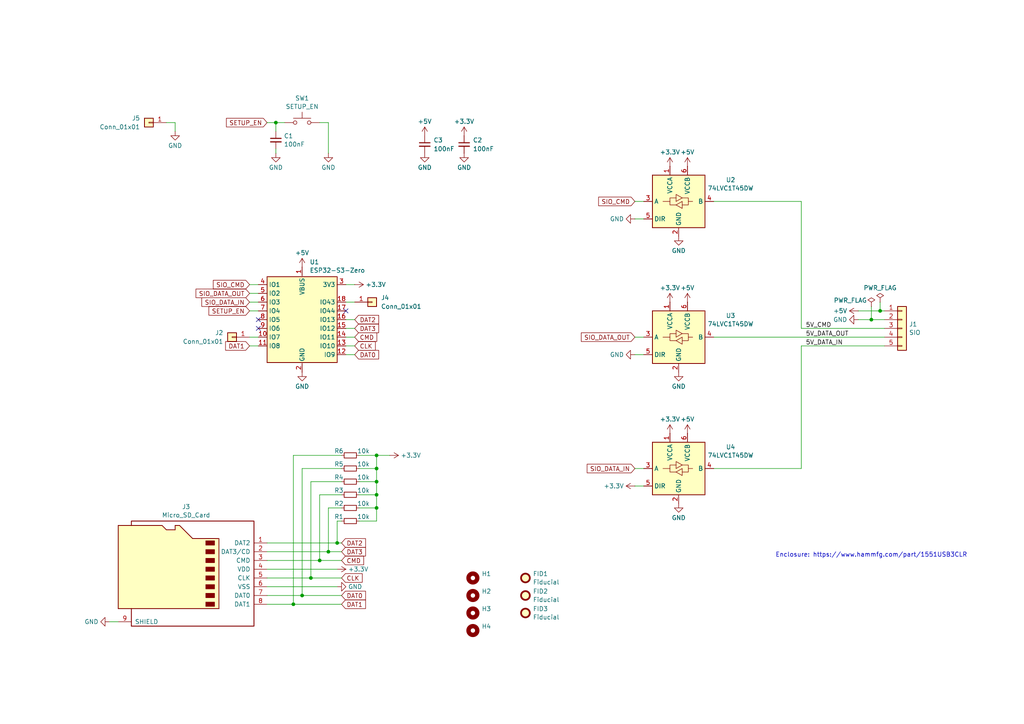
<source format=kicad_sch>
(kicad_sch (version 20250114) (generator "eeschema") (generator_version "9.0")
  (paper "A4")
  (lib_symbols
    (symbol "Connector:Micro_SD_Card" (pin_names (offset 1.016))
      (property "Reference" "J" (at -16.51 15.24 0))
      (property "Value" "Micro_SD_Card" (at 16.51 15.24 0))
      (symbol "Micro_SD_Card_0_1"
        (polyline (pts (xy -8.89 -11.43) (xy -8.89 8.89) (xy -1.27 8.89) (xy 2.54 12.7) (xy 3.81 12.7) (xy 3.81 11.43) (xy 6.35 11.43) (xy 7.62 12.7) (xy 20.32 12.7) (xy 20.32 -11.43) (xy -8.89 -11.43)) (stroke (width 0.254)) (fill (type background)))
        (rectangle (start -7.62 8.255) (end -5.08 6.985) (fill (type outline)))
        (rectangle (start -7.62 5.715) (end -5.08 4.445) (fill (type outline)))
        (rectangle (start -7.62 3.175) (end -5.08 1.905) (fill (type outline)))
        (rectangle (start -7.62 0.635) (end -5.08 -0.635) (fill (type outline)))
        (rectangle (start -7.62 -1.905) (end -5.08 -3.175) (fill (type outline)))
        (rectangle (start -7.62 -4.445) (end -5.08 -5.715) (fill (type outline)))
        (rectangle (start -7.62 -6.985) (end -5.08 -8.255) (fill (type outline)))
        (rectangle (start -7.62 -9.525) (end -5.08 -10.795) (fill (type outline)))
        (polyline (pts (xy 16.51 12.7) (xy 16.51 13.97) (xy -19.05 13.97) (xy -19.05 -16.51) (xy 16.51 -16.51) (xy 16.51 -11.43)) (stroke (width 0.254)))
      )
      (symbol "Micro_SD_Card_1_1"
        (pin bidirectional line (at -22.86 7.62 0) (length 3.81) (name "DAT2") (number "1"))
        (pin bidirectional line (at -22.86 5.08 0) (length 3.81) (name "DAT3/CD") (number "2"))
        (pin input line (at -22.86 2.54 0) (length 3.81) (name "CMD") (number "3"))
        (pin power_in line (at -22.86 0 0) (length 3.81) (name "VDD") (number "4"))
        (pin input line (at -22.86 -2.54 0) (length 3.81) (name "CLK") (number "5"))
        (pin power_in line (at -22.86 -5.08 0) (length 3.81) (name "VSS") (number "6"))
        (pin bidirectional line (at -22.86 -7.62 0) (length 3.81) (name "DAT0") (number "7"))
        (pin bidirectional line (at -22.86 -10.16 0) (length 3.81) (name "DAT1") (number "8"))
        (pin passive line (at 20.32 -15.24 180) (length 3.81) (name "SHIELD") (number "9"))
      )
    )
    (symbol "Connector_Generic:Conn_01x01" (pin_names (offset 1.016) (hide yes))
      (property "Reference" "J" (at 0 2.54 0))
      (property "Value" "Conn_01x01" (at 0 -2.54 0))
      (symbol "Conn_01x01_1_1"
        (rectangle (start -1.27 1.27) (end 1.27 -1.27) (stroke (width 0.254)) (fill (type background)))
        (rectangle (start -1.27 0.127) (end 0 -0.127) (stroke (width 0.1524)))
        (pin passive line (at -5.08 0 0) (length 3.81) (name "Pin_1") (number "1"))
      )
    )
    (symbol "Connector_Generic:Conn_01x05" (pin_names (offset 1.016) (hide yes))
      (property "Reference" "J" (at 0 7.62 0))
      (property "Value" "Conn_01x05" (at 0 -7.62 0))
      (symbol "Conn_01x05_1_1"
        (rectangle (start -1.27 6.35) (end 1.27 -6.35) (stroke (width 0.254)) (fill (type background)))
        (rectangle (start -1.27 5.207) (end 0 4.953) (stroke (width 0.1524)))
        (rectangle (start -1.27 2.667) (end 0 2.413) (stroke (width 0.1524)))
        (rectangle (start -1.27 0.127) (end 0 -0.127) (stroke (width 0.1524)))
        (rectangle (start -1.27 -2.413) (end 0 -2.667) (stroke (width 0.1524)))
        (rectangle (start -1.27 -4.953) (end 0 -5.207) (stroke (width 0.1524)))
        (pin passive line (at -5.08 5.08 0) (length 3.81) (name "Pin_1") (number "1"))
        (pin passive line (at -5.08 2.54 0) (length 3.81) (name "Pin_2") (number "2"))
        (pin passive line (at -5.08 0 0) (length 3.81) (name "Pin_3") (number "3"))
        (pin passive line (at -5.08 -2.54 0) (length 3.81) (name "Pin_4") (number "4"))
        (pin passive line (at -5.08 -5.08 0) (length 3.81) (name "Pin_5") (number "5"))
      )
    )
    (symbol "Device:C_Small" (pin_numbers (hide yes)) (pin_names (offset 0.254) (hide yes))
      (property "Reference" "C" (at 0.254 1.778 0))
      (property "Value" "C_Small" (at 0.254 -2.032 0))
      (symbol "C_Small_0_1"
        (polyline (pts (xy -1.524 0.508) (xy 1.524 0.508)) (stroke (width 0.3048)))
        (polyline (pts (xy -1.524 -0.508) (xy 1.524 -0.508)) (stroke (width 0.3302)))
      )
      (symbol "C_Small_1_1"
        (pin passive line (at 0 2.54 270) (length 2.032) (name "~") (number "1"))
        (pin passive line (at 0 -2.54 90) (length 2.032) (name "~") (number "2"))
      )
    )
    (symbol "Device:R_Small" (pin_numbers (hide yes)) (pin_names (offset 0.254) (hide yes))
      (property "Reference" "R" (at 0.762 0.508 0))
      (property "Value" "R_Small" (at 0.762 -1.016 0))
      (symbol "R_Small_0_1"
        (rectangle (start -0.762 1.778) (end 0.762 -1.778) (stroke (width 0.2032)))
      )
      (symbol "R_Small_1_1"
        (pin passive line (at 0 2.54 270) (length 0.762) (name "~") (number "1"))
        (pin passive line (at 0 -2.54 90) (length 0.762) (name "~") (number "2"))
      )
    )
    (symbol "Logic_LevelTranslator:SN74LVC1T45DCK"
      (property "Reference" "U" (at -6.35 8.89 0))
      (property "Value" "SN74LVC1T45DCK" (at 3.81 8.89 0))
      (symbol "SN74LVC1T45DCK_0_1"
        (rectangle (start -7.62 7.62) (end 7.62 -7.62) (stroke (width 0.254)) (fill (type background)))
        (polyline (pts (xy -2.54 0) (xy -2.54 1.016) (xy -0.762 1.016)))
        (polyline (pts (xy -0.762 0) (xy -0.762 2.032) (xy 1.016 1.016) (xy -0.762 0)))
        (polyline (pts (xy -0.762 -1.016) (xy -2.54 -1.016) (xy -2.54 0) (xy -4.572 0)))
        (polyline (pts (xy 1.016 1.016) (xy 2.794 1.016) (xy 2.794 0) (xy 4.064 0)))
        (polyline (pts (xy 1.016 0) (xy 1.016 -1.778) (xy 1.016 -2.032) (xy -0.762 -1.016) (xy 1.016 0)))
        (polyline (pts (xy 2.794 0) (xy 2.794 -1.016) (xy 1.016 -1.016)))
      )
      (symbol "SN74LVC1T45DCK_1_1"
        (pin bidirectional line (at -10.16 0 0) (length 2.54) (name "A") (number "3"))
        (pin input line (at -10.16 -5.08 0) (length 2.54) (name "DIR") (number "5"))
        (pin power_in line (at -2.54 10.16 270) (length 2.54) (name "VCCA") (number "1"))
        (pin power_in line (at 0 -10.16 90) (length 2.54) (name "GND") (number "2"))
        (pin power_in line (at 2.54 10.16 270) (length 2.54) (name "VCCB") (number "6"))
        (pin bidirectional line (at 10.16 0 180) (length 2.54) (name "B") (number "4"))
      )
    )
    (symbol "Mechanical:Fiducial" (in_bom no)
      (property "Reference" "FID" (at 0 5.08 0))
      (property "Value" "Fiducial" (at 0 3.175 0))
      (symbol "Fiducial_0_1"
        (circle (center 0 0) (radius 1.27) (stroke (width 0.508)) (fill (type background)))
      )
    )
    (symbol "Mechanical:MountingHole" (pin_names (offset 1.016)) (exclude_from_sim yes) (in_bom no)
      (property "Reference" "H" (at 0 5.08 0))
      (property "Value" "MountingHole" (at 0 3.175 0))
      (symbol "MountingHole_0_1"
        (circle (center 0 0) (radius 1.27) (stroke (width 1.27)))
      )
    )
    (symbol "My Symbols:ESP32-S3-Zero"
      (property "Reference" "U" (at -9.652 13.462 0))
      (property "Value" "ESP32-S3-Zero" (at 8.636 -13.97 0))
      (symbol "ESP32-S3-Zero_1_1"
        (rectangle (start -10.16 12.446) (end 10.16 -12.446) (stroke (width 0.254)) (fill (type background)))
        (pin bidirectional line (at -12.7 10.16 0) (length 2.54) (name "IO1") (number "4"))
        (pin bidirectional line (at -12.7 7.62 0) (length 2.54) (name "IO2") (number "5"))
        (pin bidirectional line (at -12.7 5.08 0) (length 2.54) (name "IO3") (number "6"))
        (pin bidirectional line (at -12.7 2.54 0) (length 2.54) (name "IO4") (number "7"))
        (pin bidirectional line (at -12.7 0 0) (length 2.54) (name "IO5") (number "8"))
        (pin bidirectional line (at -12.7 -2.54 0) (length 2.54) (name "IO6") (number "9"))
        (pin bidirectional line (at -12.7 -5.08 0) (length 2.54) (name "IO7") (number "10"))
        (pin bidirectional line (at -12.7 -7.62 0) (length 2.54) (name "IO8") (number "11"))
        (pin power_in line (at 0 15.24 270) (length 2.54) (name "VBUS") (number "1"))
        (pin power_in line (at 0 -15.24 90) (length 2.54) (name "GND") (number "2"))
        (pin power_out line (at 12.7 10.16 180) (length 2.54) (name "3V3") (number "3"))
        (pin bidirectional line (at 12.7 5.08 180) (length 2.54) (name "IO43") (number "18"))
        (pin bidirectional line (at 12.7 2.54 180) (length 2.54) (name "IO44") (number "17"))
        (pin bidirectional line (at 12.7 0 180) (length 2.54) (name "IO13") (number "16"))
        (pin bidirectional line (at 12.7 -2.54 180) (length 2.54) (name "IO12") (number "15"))
        (pin bidirectional line (at 12.7 -5.08 180) (length 2.54) (name "IO11") (number "14"))
        (pin bidirectional line (at 12.7 -7.62 180) (length 2.54) (name "IO10") (number "13"))
        (pin bidirectional line (at 12.7 -10.16 180) (length 2.54) (name "IO9") (number "12"))
      )
    )
    (symbol "Switch:SW_Push" (pin_numbers (hide yes)) (pin_names (offset 1.016) (hide yes))
      (property "Reference" "SW" (at 1.27 2.54 0))
      (property "Value" "SW_Push" (at 0 -1.524 0))
      (symbol "SW_Push_0_1"
        (circle (center -2.032 0) (radius 0.508))
        (polyline (pts (xy 0 1.27) (xy 0 3.048)))
        (circle (center 2.032 0) (radius 0.508))
        (polyline (pts (xy 2.54 1.27) (xy -2.54 1.27)))
        (pin passive line (at -5.08 0 0) (length 2.54) (name "1") (number "1"))
        (pin passive line (at 5.08 0 180) (length 2.54) (name "2") (number "2"))
      )
    )
    (symbol "power:+3.3V" (power) (pin_numbers (hide yes)) (pin_names (offset 0) (hide yes))
      (property "Value" "+3.3V" (at 0 3.556 0))
      (symbol "+3.3V_0_1"
        (polyline (pts (xy -0.762 1.27) (xy 0 2.54)))
        (polyline (pts (xy 0 2.54) (xy 0.762 1.27)))
        (polyline (pts (xy 0 0) (xy 0 2.54)))
      )
      (symbol "+3.3V_1_1"
        (pin power_in line (at 0 0 90) (length 0) (name "~") (number "1"))
      )
    )
    (symbol "power:+5V" (power) (pin_numbers (hide yes)) (pin_names (offset 0) (hide yes))
      (property "Value" "+5V" (at 0 3.556 0))
      (symbol "+5V_0_1"
        (polyline (pts (xy -0.762 1.27) (xy 0 2.54)))
        (polyline (pts (xy 0 2.54) (xy 0.762 1.27)))
        (polyline (pts (xy 0 0) (xy 0 2.54)))
      )
      (symbol "+5V_1_1"
        (pin power_in line (at 0 0 90) (length 0) (name "~") (number "1"))
      )
    )
    (symbol "power:GND" (power) (pin_numbers (hide yes)) (pin_names (offset 0) (hide yes))
      (property "Value" "GND" (at 0 -3.81 0))
      (symbol "GND_0_1"
        (polyline (pts (xy 0 0) (xy 0 -1.27) (xy 1.27 -1.27) (xy 0 -2.54) (xy -1.27 -1.27) (xy 0 -1.27)))
      )
      (symbol "GND_1_1"
        (pin power_in line (at 0 0 270) (length 0) (name "~") (number "1"))
      )
    )
    (symbol "power:PWR_FLAG" (power) (pin_numbers (hide yes)) (pin_names (offset 0) (hide yes))
      (property "Value" "PWR_FLAG" (at 0 3.81 0))
      (symbol "PWR_FLAG_0_0"
        (pin power_out line (at 0 0 90) (length 0) (name "~") (number "1"))
      )
      (symbol "PWR_FLAG_0_1"
        (polyline (pts (xy 0 0) (xy 0 1.27) (xy -1.016 1.905) (xy 0 2.54) (xy 1.016 1.905) (xy 0 1.27)))
      )
    )
  )
  (text "Enclosure: https://www.hammfg.com/part/1551USB3CLR" (at 252.73 161.036 0) (effects (font (size 1.27 1.27))))
  (junction (at 90.17 167.64))
  (junction (at 252.73 92.71))
  (junction (at 92.71 162.56))
  (junction (at 109.22 139.7))
  (junction (at 109.22 135.89))
  (junction (at 87.63 172.72))
  (junction (at 80.01 35.56))
  (junction (at 109.22 147.32))
  (junction (at 109.22 132.08))
  (junction (at 95.25 160.02))
  (junction (at 97.79 157.48))
  (junction (at 109.22 143.51))
  (junction (at 255.27 90.17))
  (junction (at 85.09 175.26))
  (no_connect (at 100.33 90.17))
  (no_connect (at 74.93 92.71))
  (no_connect (at 74.93 95.25))
  (wire (pts (xy 184.15 58.42) (xy 186.69 58.42)))
  (wire (pts (xy 87.63 135.89) (xy 87.63 172.72)))
  (wire (pts (xy 99.06 132.08) (xy 85.09 132.08)))
  (wire (pts (xy 248.92 92.71) (xy 252.73 92.71)))
  (wire (pts (xy 99.06 139.7) (xy 90.17 139.7)))
  (wire (pts (xy 77.47 35.56) (xy 80.01 35.56)))
  (wire (pts (xy 97.79 151.13) (xy 97.79 157.48)))
  (wire (pts (xy 31.75 180.34) (xy 34.29 180.34)))
  (wire (pts (xy 100.33 95.25) (xy 102.87 95.25)))
  (wire (pts (xy 77.47 160.02) (xy 95.25 160.02)))
  (wire (pts (xy 255.27 87.63) (xy 255.27 90.17)))
  (wire (pts (xy 100.33 100.33) (xy 102.87 100.33)))
  (wire (pts (xy 100.33 82.55) (xy 102.87 82.55)))
  (wire (pts (xy 100.33 97.79) (xy 102.87 97.79)))
  (wire (pts (xy 255.27 90.17) (xy 256.54 90.17)))
  (wire (pts (xy 184.15 102.87) (xy 186.69 102.87)))
  (wire (pts (xy 77.47 167.64) (xy 90.17 167.64)))
  (wire (pts (xy 104.14 139.7) (xy 109.22 139.7)))
  (wire (pts (xy 72.39 90.17) (xy 74.93 90.17)))
  (wire (pts (xy 252.73 92.71) (xy 256.54 92.71)))
  (wire (pts (xy 207.01 135.89) (xy 232.41 135.89)))
  (wire (pts (xy 184.15 63.5) (xy 186.69 63.5)))
  (wire (pts (xy 100.33 102.87) (xy 102.87 102.87)))
  (wire (pts (xy 99.06 135.89) (xy 87.63 135.89)))
  (wire (pts (xy 48.26 35.56) (xy 50.8 35.56)))
  (wire (pts (xy 80.01 43.18) (xy 80.01 44.45)))
  (wire (pts (xy 104.14 147.32) (xy 109.22 147.32)))
  (wire (pts (xy 92.71 143.51) (xy 92.71 162.56)))
  (wire (pts (xy 85.09 132.08) (xy 85.09 175.26)))
  (wire (pts (xy 90.17 167.64) (xy 99.06 167.64)))
  (wire (pts (xy 109.22 151.13) (xy 109.22 147.32)))
  (wire (pts (xy 87.63 172.72) (xy 99.06 172.72)))
  (wire (pts (xy 207.01 97.79) (xy 256.54 97.79)))
  (wire (pts (xy 99.06 147.32) (xy 95.25 147.32)))
  (wire (pts (xy 77.47 170.18) (xy 97.79 170.18)))
  (wire (pts (xy 109.22 147.32) (xy 109.22 143.51)))
  (wire (pts (xy 184.15 135.89) (xy 186.69 135.89)))
  (wire (pts (xy 92.71 162.56) (xy 99.06 162.56)))
  (wire (pts (xy 72.39 85.09) (xy 74.93 85.09)))
  (wire (pts (xy 99.06 143.51) (xy 92.71 143.51)))
  (wire (pts (xy 109.22 139.7) (xy 109.22 135.89)))
  (wire (pts (xy 232.41 100.33) (xy 256.54 100.33)))
  (wire (pts (xy 77.47 157.48) (xy 97.79 157.48)))
  (wire (pts (xy 72.39 87.63) (xy 74.93 87.63)))
  (wire (pts (xy 99.06 151.13) (xy 97.79 151.13)))
  (wire (pts (xy 109.22 143.51) (xy 109.22 139.7)))
  (wire (pts (xy 90.17 139.7) (xy 90.17 167.64)))
  (wire (pts (xy 77.47 165.1) (xy 97.79 165.1)))
  (wire (pts (xy 72.39 97.79) (xy 74.93 97.79)))
  (wire (pts (xy 109.22 135.89) (xy 109.22 132.08)))
  (wire (pts (xy 232.41 95.25) (xy 232.41 58.42)))
  (wire (pts (xy 95.25 147.32) (xy 95.25 160.02)))
  (wire (pts (xy 248.92 90.17) (xy 255.27 90.17)))
  (wire (pts (xy 109.22 132.08) (xy 113.03 132.08)))
  (wire (pts (xy 80.01 38.1) (xy 80.01 35.56)))
  (wire (pts (xy 72.39 100.33) (xy 74.93 100.33)))
  (wire (pts (xy 95.25 35.56) (xy 95.25 44.45)))
  (wire (pts (xy 77.47 162.56) (xy 92.71 162.56)))
  (wire (pts (xy 184.15 97.79) (xy 186.69 97.79)))
  (wire (pts (xy 72.39 82.55) (xy 74.93 82.55)))
  (wire (pts (xy 100.33 87.63) (xy 102.87 87.63)))
  (wire (pts (xy 252.73 88.9) (xy 252.73 92.71)))
  (wire (pts (xy 184.15 140.97) (xy 186.69 140.97)))
  (wire (pts (xy 104.14 132.08) (xy 109.22 132.08)))
  (wire (pts (xy 97.79 157.48) (xy 99.06 157.48)))
  (wire (pts (xy 77.47 175.26) (xy 85.09 175.26)))
  (wire (pts (xy 104.14 135.89) (xy 109.22 135.89)))
  (wire (pts (xy 85.09 175.26) (xy 99.06 175.26)))
  (wire (pts (xy 77.47 172.72) (xy 87.63 172.72)))
  (wire (pts (xy 232.41 135.89) (xy 232.41 100.33)))
  (wire (pts (xy 232.41 95.25) (xy 256.54 95.25)))
  (wire (pts (xy 104.14 143.51) (xy 109.22 143.51)))
  (wire (pts (xy 104.14 151.13) (xy 109.22 151.13)))
  (wire (pts (xy 92.71 35.56) (xy 95.25 35.56)))
  (wire (pts (xy 100.33 92.71) (xy 102.87 92.71)))
  (wire (pts (xy 207.01 58.42) (xy 232.41 58.42)))
  (wire (pts (xy 80.01 35.56) (xy 82.55 35.56)))
  (wire (pts (xy 50.8 35.56) (xy 50.8 38.1)))
  (wire (pts (xy 95.25 160.02) (xy 99.06 160.02)))
  (label "5V_DATA_IN" (at 233.68 100.33 0))
  (label "5V_CMD" (at 233.68 95.25 0))
  (label "5V_DATA_OUT" (at 233.68 97.79 0))
  (global_label "DAT2" (shape input) (at 99.06 157.48 0) (property "Intersheetrefs" "${INTERSHEET_REFS}" (effects (hide yes))))
  (global_label "SIO_DATA_IN" (shape input) (at 72.39 87.63 180) (property "Intersheetrefs" "${INTERSHEET_REFS}" (effects (hide yes))))
  (global_label "CLK" (shape input) (at 99.06 167.64 0) (property "Intersheetrefs" "${INTERSHEET_REFS}" (effects (hide yes))))
  (global_label "DAT3" (shape input) (at 102.87 95.25 0) (property "Intersheetrefs" "${INTERSHEET_REFS}" (effects (hide yes))))
  (global_label "DAT3" (shape input) (at 99.06 160.02 0) (property "Intersheetrefs" "${INTERSHEET_REFS}" (effects (hide yes))))
  (global_label "SETUP_EN" (shape input) (at 72.39 90.17 180) (property "Intersheetrefs" "${INTERSHEET_REFS}" (effects (hide yes))))
  (global_label "DAT2" (shape input) (at 102.87 92.71 0) (property "Intersheetrefs" "${INTERSHEET_REFS}" (effects (hide yes))))
  (global_label "CLK" (shape input) (at 102.87 100.33 0) (property "Intersheetrefs" "${INTERSHEET_REFS}" (effects (hide yes))))
  (global_label "DAT1" (shape input) (at 99.06 175.26 0) (property "Intersheetrefs" "${INTERSHEET_REFS}" (effects (hide yes))))
  (global_label "DAT1" (shape input) (at 72.39 100.33 180) (property "Intersheetrefs" "${INTERSHEET_REFS}" (effects (hide yes))))
  (global_label "DAT0" (shape input) (at 99.06 172.72 0) (property "Intersheetrefs" "${INTERSHEET_REFS}" (effects (hide yes))))
  (global_label "SIO_DATA_OUT" (shape input) (at 184.15 97.79 180) (property "Intersheetrefs" "${INTERSHEET_REFS}" (effects (hide yes))))
  (global_label "SETUP_EN" (shape input) (at 77.47 35.56 180) (property "Intersheetrefs" "${INTERSHEET_REFS}" (effects (hide yes))))
  (global_label "CMD" (shape input) (at 99.06 162.56 0) (property "Intersheetrefs" "${INTERSHEET_REFS}" (effects (hide yes))))
  (global_label "SIO_CMD" (shape input) (at 184.15 58.42 180) (property "Intersheetrefs" "${INTERSHEET_REFS}" (effects (hide yes))))
  (global_label "SIO_DATA_IN" (shape input) (at 184.15 135.89 180) (property "Intersheetrefs" "${INTERSHEET_REFS}" (effects (hide yes))))
  (global_label "DAT0" (shape input) (at 102.87 102.87 0) (property "Intersheetrefs" "${INTERSHEET_REFS}" (effects (hide yes))))
  (global_label "SIO_DATA_OUT" (shape input) (at 72.39 85.09 180) (property "Intersheetrefs" "${INTERSHEET_REFS}" (effects (hide yes))))
  (global_label "SIO_CMD" (shape input) (at 72.39 82.55 180) (property "Intersheetrefs" "${INTERSHEET_REFS}" (effects (hide yes))))
  (global_label "CMD" (shape input) (at 102.87 97.79 0) (property "Intersheetrefs" "${INTERSHEET_REFS}" (effects (hide yes))))
  (symbol (lib_id "Connector_Generic:Conn_01x01") (at 43.18 35.56 0) (mirror y) (unit 1)
    (property "Reference" "J5" (at 40.64 34.2899 0) (effects (justify left)))
    (property "Value" "Conn_01x01" (at 40.64 36.8299 0) (effects (justify left)))
    (property "Footprint" "Connector_PinHeader_2.54mm:PinHeader_1x01_P2.54mm_Vertical" (effects (hide yes)))
    (property "Description" "Generic connector, single row, 01x01, script generated (kicad-library-utils/schlib/autogen/connector/)" (effects (hide yes)))
  )
  (symbol (lib_id "Device:C_Small") (at 80.01 40.64 0) (unit 1)
    (property "Reference" "C1" (at 82.3341 39.4341 0) (effects (justify left)))
    (property "Value" "100nF" (at 82.3341 41.8584 0) (effects (justify left)))
    (property "Footprint" "Capacitor_SMD:C_0805_2012Metric_Pad1.18x1.45mm_HandSolder" (effects (hide yes)))
    (property "Description" "Unpolarized capacitor, small symbol" (effects (hide yes)))
  )
  (symbol (lib_id "power:+3.3V") (at 194.31 48.26 0) (unit 1)
    (property "Reference" "#PWR15" (effects (hide yes)))
    (property "Value" "+3.3V" (at 194.31 44.1269 0))
    (property "Description" "Power symbol creates a global label with name \"+3.3V\"" (effects (hide yes)))
  )
  (symbol (lib_id "power:GND") (at 123.19 44.45 0) (unit 1)
    (property "Reference" "#PWR27" (effects (hide yes)))
    (property "Value" "GND" (at 123.19 48.5831 0))
    (property "Description" "Power symbol creates a global label with name \"GND\" , ground" (effects (hide yes)))
  )
  (symbol (lib_id "Logic_LevelTranslator:SN74LVC1T45DCK") (at 196.85 97.79 0) (unit 1)
    (property "Reference" "U3" (at 211.9048 91.5434 0))
    (property "Value" "74LVC1T45DW" (at 211.9048 93.9677 0))
    (property "Footprint" "Package_TO_SOT_SMD:SOT-363_SC-70-6_Handsoldering" (effects (hide yes)))
    (property "Datasheet" "http://www.ti.com/lit/ds/symlink/sn74lvc1t45.pdf" (effects (hide yes)))
    (property "Description" "Single-Bit Dual-Supply Bus Transceiver With Configurable Voltage Translation and 3-State Outputs, SOT-363" (effects (hide yes)))
  )
  (symbol (lib_id "Device:R_Small") (at 101.6 132.08 90) (unit 1)
    (property "Reference" "R6" (at 98.298 130.81 90))
    (property "Value" "10k" (at 105.41 130.81 90))
    (property "Footprint" "Resistor_SMD:R_0805_2012Metric_Pad1.20x1.40mm_HandSolder" (effects (hide yes)))
    (property "Description" "Resistor, small symbol" (effects (hide yes)))
  )
  (symbol (lib_id "Connector_Generic:Conn_01x05") (at 261.62 95.25 0) (unit 1)
    (property "Reference" "J1" (at 263.652 94.0378 0) (effects (justify left)))
    (property "Value" "SIO" (at 263.652 96.4621 0) (effects (justify left)))
    (property "Footprint" "Connector_PinHeader_2.54mm:PinHeader_1x05_P2.54mm_Vertical" (effects (hide yes)))
    (property "Description" "Generic connector, single row, 01x05, script generated (kicad-library-utils/schlib/autogen/connector/)" (effects (hide yes)))
  )
  (symbol (lib_id "power:GND") (at 184.15 102.87 270) (unit 1)
    (property "Reference" "#PWR17" (effects (hide yes)))
    (property "Value" "GND" (at 180.9751 102.87 90) (effects (justify right)))
    (property "Description" "Power symbol creates a global label with name \"GND\" , ground" (effects (hide yes)))
  )
  (symbol (lib_id "power:GND") (at 134.62 44.45 0) (unit 1)
    (property "Reference" "#PWR25" (effects (hide yes)))
    (property "Value" "GND" (at 134.62 48.5831 0))
    (property "Description" "Power symbol creates a global label with name \"GND\" , ground" (effects (hide yes)))
  )
  (symbol (lib_id "Device:C_Small") (at 134.62 41.91 0) (unit 1)
    (property "Reference" "C2" (at 137.16 40.6462 0) (effects (justify left)))
    (property "Value" "100nF" (at 137.16 43.1862 0) (effects (justify left)))
    (property "Footprint" "Capacitor_SMD:C_0805_2012Metric_Pad1.18x1.45mm_HandSolder" (effects (hide yes)))
    (property "Description" "Unpolarized capacitor, small symbol" (effects (hide yes)))
  )
  (symbol (lib_id "Connector:Micro_SD_Card") (at 54.61 165.1 0) (mirror y) (unit 1)
    (property "Reference" "J3" (at 53.975 146.9855 0))
    (property "Value" "Micro_SD_Card" (at 53.975 149.4098 0))
    (property "Footprint" "Connector_Card:microSD_HC_Hirose_DM3BT-DSF-PEJS" (effects (hide yes)))
    (property "Datasheet" "https://www.we-online.com/components/products/datasheet/693072010801.pdf" (effects (hide yes)))
    (property "Description" "Micro SD Card Socket" (effects (hide yes)))
  )
  (symbol (lib_id "Mechanical:Fiducial") (at 152.4 177.8 0) (unit 1) (in_bom no)
    (property "Reference" "FID3" (at 154.559 176.5878 0) (effects (justify left)))
    (property "Value" "Fiducial" (at 154.559 179.0121 0) (effects (justify left)))
    (property "Footprint" "Fiducial:Fiducial_0.75mm_Mask1.5mm" (effects (hide yes)))
    (property "Description" "Fiducial Marker" (effects (hide yes)))
  )
  (symbol (lib_id "Logic_LevelTranslator:SN74LVC1T45DCK") (at 196.85 135.89 0) (unit 1)
    (property "Reference" "U4" (at 211.9048 129.6434 0))
    (property "Value" "74LVC1T45DW" (at 211.9048 132.0677 0))
    (property "Footprint" "Package_TO_SOT_SMD:SOT-363_SC-70-6_Handsoldering" (effects (hide yes)))
    (property "Datasheet" "http://www.ti.com/lit/ds/symlink/sn74lvc1t45.pdf" (effects (hide yes)))
    (property "Description" "Single-Bit Dual-Supply Bus Transceiver With Configurable Voltage Translation and 3-State Outputs, SOT-363" (effects (hide yes)))
  )
  (symbol (lib_id "Mechanical:MountingHole") (at 137.16 172.72 0) (unit 1) (exclude_from_sim yes) (in_bom no)
    (property "Reference" "H2" (at 139.7 171.5078 0) (effects (justify left)))
    (property "Value" "MountingHole" (effects (hide yes)))
    (property "Footprint" "MountingHole:MountingHole_2.2mm_M2" (effects (hide yes)))
    (property "Description" "Mounting Hole without connection" (effects (hide yes)))
  )
  (symbol (lib_id "power:PWR_FLAG") (at 255.27 87.63 0) (unit 1)
    (property "Reference" "#FLG1" (effects (hide yes)))
    (property "Value" "PWR_FLAG" (at 255.27 83.4969 0))
    (property "Description" "Special symbol for telling ERC where power comes from" (effects (hide yes)))
  )
  (symbol (lib_id "power:GND") (at 95.25 44.45 0) (unit 1)
    (property "Reference" "#PWR3" (effects (hide yes)))
    (property "Value" "GND" (at 95.25 48.5831 0))
    (property "Description" "Power symbol creates a global label with name \"GND\" , ground" (effects (hide yes)))
  )
  (symbol (lib_id "Switch:SW_Push") (at 87.63 35.56 0) (unit 1)
    (property "Reference" "SW1" (at 87.63 28.4945 0))
    (property "Value" "SETUP_EN" (at 87.63 30.9188 0))
    (property "Footprint" "Miscellaneous:SW_Push_1P1T_NO_CK_KSC9xxGxxx" (effects (hide yes)))
    (property "Description" "Push button switch, generic, two pins" (effects (hide yes)))
  )
  (symbol (lib_id "My Symbols:ESP32-S3-Zero") (at 87.63 92.71 0) (unit 1)
    (property "Reference" "U1" (at 89.8241 75.9925 0) (effects (justify left)))
    (property "Value" "ESP32-S3-Zero" (at 89.8241 78.4168 0) (effects (justify left)))
    (property "Footprint" "Miscellaneous:ESP32-S3-Zero" (effects (hide yes)))
    (property "Datasheet" "https://www.waveshare.com/esp32-s3-zero.htm" (effects (hide yes)))
    (property "Description" "WiFi module" (effects (hide yes)))
  )
  (symbol (lib_id "power:GND") (at 196.85 68.58 0) (unit 1)
    (property "Reference" "#PWR9" (effects (hide yes)))
    (property "Value" "GND" (at 196.85 72.7131 0))
    (property "Description" "Power symbol creates a global label with name \"GND\" , ground" (effects (hide yes)))
  )
  (symbol (lib_id "power:+3.3V") (at 102.87 82.55 270) (unit 1)
    (property "Reference" "#PWR13" (effects (hide yes)))
    (property "Value" "+3.3V" (at 106.045 82.55 90) (effects (justify left)))
    (property "Description" "Power symbol creates a global label with name \"+3.3V\"" (effects (hide yes)))
  )
  (symbol (lib_id "Device:R_Small") (at 101.6 143.51 90) (unit 1)
    (property "Reference" "R3" (at 98.298 142.24 90))
    (property "Value" "10k" (at 105.41 142.24 90))
    (property "Footprint" "Resistor_SMD:R_0805_2012Metric_Pad1.20x1.40mm_HandSolder" (effects (hide yes)))
    (property "Description" "Resistor, small symbol" (effects (hide yes)))
  )
  (symbol (lib_id "power:GND") (at 97.79 170.18 90) (unit 1)
    (property "Reference" "#PWR21" (effects (hide yes)))
    (property "Value" "GND" (at 100.965 170.18 90) (effects (justify right)))
    (property "Description" "Power symbol creates a global label with name \"GND\" , ground" (effects (hide yes)))
  )
  (symbol (lib_id "power:+5V") (at 248.92 90.17 90) (unit 1)
    (property "Reference" "#PWR5" (effects (hide yes)))
    (property "Value" "+5V" (at 245.7451 90.17 90) (effects (justify left)))
    (property "Description" "Power symbol creates a global label with name \"+5V\"" (effects (hide yes)))
  )
  (symbol (lib_id "power:GND") (at 196.85 107.95 0) (unit 1)
    (property "Reference" "#PWR8" (effects (hide yes)))
    (property "Value" "GND" (at 196.85 112.0831 0))
    (property "Description" "Power symbol creates a global label with name \"GND\" , ground" (effects (hide yes)))
  )
  (symbol (lib_id "power:GND") (at 196.85 146.05 0) (unit 1)
    (property "Reference" "#PWR7" (effects (hide yes)))
    (property "Value" "GND" (at 196.85 150.1831 0))
    (property "Description" "Power symbol creates a global label with name \"GND\" , ground" (effects (hide yes)))
  )
  (symbol (lib_id "Device:R_Small") (at 101.6 139.7 90) (unit 1)
    (property "Reference" "R4" (at 98.298 138.43 90))
    (property "Value" "10k" (at 105.41 138.43 90))
    (property "Footprint" "Resistor_SMD:R_0805_2012Metric_Pad1.20x1.40mm_HandSolder" (effects (hide yes)))
    (property "Description" "Resistor, small symbol" (effects (hide yes)))
  )
  (symbol (lib_id "power:+3.3V") (at 134.62 39.37 0) (unit 1)
    (property "Reference" "#PWR26" (effects (hide yes)))
    (property "Value" "+3.3V" (at 134.62 35.2369 0))
    (property "Description" "Power symbol creates a global label with name \"+3.3V\"" (effects (hide yes)))
  )
  (symbol (lib_id "power:GND") (at 184.15 63.5 270) (unit 1)
    (property "Reference" "#PWR18" (effects (hide yes)))
    (property "Value" "GND" (at 180.9751 63.5 90) (effects (justify right)))
    (property "Description" "Power symbol creates a global label with name \"GND\" , ground" (effects (hide yes)))
  )
  (symbol (lib_id "power:GND") (at 50.8 38.1 0) (unit 1)
    (property "Reference" "#PWR23" (effects (hide yes)))
    (property "Value" "GND" (at 50.8 42.2331 0))
    (property "Description" "Power symbol creates a global label with name \"GND\" , ground" (effects (hide yes)))
  )
  (symbol (lib_id "Logic_LevelTranslator:SN74LVC1T45DCK") (at 196.85 58.42 0) (unit 1)
    (property "Reference" "U2" (at 211.9048 52.1734 0))
    (property "Value" "74LVC1T45DW" (at 211.9048 54.5977 0))
    (property "Footprint" "Package_TO_SOT_SMD:SOT-363_SC-70-6_Handsoldering" (effects (hide yes)))
    (property "Datasheet" "http://www.ti.com/lit/ds/symlink/sn74lvc1t45.pdf" (effects (hide yes)))
    (property "Description" "Single-Bit Dual-Supply Bus Transceiver With Configurable Voltage Translation and 3-State Outputs, SOT-363" (effects (hide yes)))
  )
  (symbol (lib_id "power:+3.3V") (at 97.79 165.1 270) (unit 1)
    (property "Reference" "#PWR20" (effects (hide yes)))
    (property "Value" "+3.3V" (at 100.965 165.1 90) (effects (justify left)))
    (property "Description" "Power symbol creates a global label with name \"+3.3V\"" (effects (hide yes)))
  )
  (symbol (lib_id "Mechanical:MountingHole") (at 137.16 182.88 0) (unit 1) (exclude_from_sim yes) (in_bom no)
    (property "Reference" "H4" (at 139.7 181.6678 0) (effects (justify left)))
    (property "Value" "MountingHole" (effects (hide yes)))
    (property "Footprint" "MountingHole:MountingHole_2.2mm_M2" (effects (hide yes)))
    (property "Description" "Mounting Hole without connection" (effects (hide yes)))
  )
  (symbol (lib_id "power:+5V") (at 199.39 125.73 0) (unit 1)
    (property "Reference" "#PWR12" (effects (hide yes)))
    (property "Value" "+5V" (at 199.39 121.5969 0))
    (property "Description" "Power symbol creates a global label with name \"+5V\"" (effects (hide yes)))
  )
  (symbol (lib_id "power:GND") (at 80.01 44.45 0) (unit 1)
    (property "Reference" "#PWR4" (effects (hide yes)))
    (property "Value" "GND" (at 80.01 48.5831 0))
    (property "Description" "Power symbol creates a global label with name \"GND\" , ground" (effects (hide yes)))
  )
  (symbol (lib_id "Mechanical:MountingHole") (at 137.16 167.64 0) (unit 1) (exclude_from_sim yes) (in_bom no)
    (property "Reference" "H1" (at 139.7 166.4278 0) (effects (justify left)))
    (property "Value" "MountingHole" (effects (hide yes)))
    (property "Footprint" "MountingHole:MountingHole_2.2mm_M2" (effects (hide yes)))
    (property "Description" "Mounting Hole without connection" (effects (hide yes)))
  )
  (symbol (lib_id "power:+3.3V") (at 194.31 87.63 0) (unit 1)
    (property "Reference" "#PWR14" (effects (hide yes)))
    (property "Value" "+3.3V" (at 194.31 83.4969 0))
    (property "Description" "Power symbol creates a global label with name \"+3.3V\"" (effects (hide yes)))
  )
  (symbol (lib_id "Connector_Generic:Conn_01x01") (at 107.95 87.63 0) (unit 1)
    (property "Reference" "J4" (at 110.49 86.3599 0) (effects (justify left)))
    (property "Value" "Conn_01x01" (at 110.49 88.8999 0) (effects (justify left)))
    (property "Footprint" "Connector_PinHeader_2.54mm:PinHeader_1x01_P2.54mm_Vertical" (effects (hide yes)))
    (property "Description" "Generic connector, single row, 01x01, script generated (kicad-library-utils/schlib/autogen/connector/)" (effects (hide yes)))
  )
  (symbol (lib_id "power:+3.3V") (at 184.15 140.97 90) (unit 1)
    (property "Reference" "#PWR19" (effects (hide yes)))
    (property "Value" "+3.3V" (at 180.975 140.97 90) (effects (justify left)))
    (property "Description" "Power symbol creates a global label with name \"+3.3V\"" (effects (hide yes)))
  )
  (symbol (lib_id "power:PWR_FLAG") (at 252.73 88.9 0) (unit 1)
    (property "Reference" "#FLG2" (effects (hide yes)))
    (property "Value" "PWR_FLAG" (at 246.634 87.122 0))
    (property "Description" "Special symbol for telling ERC where power comes from" (effects (hide yes)))
  )
  (symbol (lib_id "power:+3.3V") (at 113.03 132.08 270) (unit 1)
    (property "Reference" "#PWR24" (effects (hide yes)))
    (property "Value" "+3.3V" (at 116.205 132.08 90) (effects (justify left)))
    (property "Description" "Power symbol creates a global label with name \"+3.3V\"" (effects (hide yes)))
  )
  (symbol (lib_id "Device:R_Small") (at 101.6 151.13 90) (unit 1)
    (property "Reference" "R1" (at 98.298 149.86 90))
    (property "Value" "10k" (at 105.41 149.86 90))
    (property "Footprint" "Resistor_SMD:R_0805_2012Metric_Pad1.20x1.40mm_HandSolder" (effects (hide yes)))
    (property "Description" "Resistor, small symbol" (effects (hide yes)))
  )
  (symbol (lib_id "Mechanical:Fiducial") (at 152.4 167.64 0) (unit 1) (in_bom no)
    (property "Reference" "FID1" (at 154.559 166.4278 0) (effects (justify left)))
    (property "Value" "Fiducial" (at 154.559 168.8521 0) (effects (justify left)))
    (property "Footprint" "Fiducial:Fiducial_0.75mm_Mask1.5mm" (effects (hide yes)))
    (property "Description" "Fiducial Marker" (effects (hide yes)))
  )
  (symbol (lib_id "power:+5V") (at 199.39 87.63 0) (unit 1)
    (property "Reference" "#PWR10" (effects (hide yes)))
    (property "Value" "+5V" (at 199.39 83.4969 0))
    (property "Description" "Power symbol creates a global label with name \"+5V\"" (effects (hide yes)))
  )
  (symbol (lib_id "power:GND") (at 87.63 107.95 0) (unit 1)
    (property "Reference" "#PWR1" (effects (hide yes)))
    (property "Value" "GND" (at 87.63 112.0831 0))
    (property "Description" "Power symbol creates a global label with name \"GND\" , ground" (effects (hide yes)))
  )
  (symbol (lib_id "Device:R_Small") (at 101.6 135.89 90) (unit 1)
    (property "Reference" "R5" (at 98.298 134.62 90))
    (property "Value" "10k" (at 105.41 134.62 90))
    (property "Footprint" "Resistor_SMD:R_0805_2012Metric_Pad1.20x1.40mm_HandSolder" (effects (hide yes)))
    (property "Description" "Resistor, small symbol" (effects (hide yes)))
  )
  (symbol (lib_id "power:+5V") (at 87.63 77.47 0) (unit 1)
    (property "Reference" "#PWR2" (effects (hide yes)))
    (property "Value" "+5V" (at 87.63 73.3369 0))
    (property "Description" "Power symbol creates a global label with name \"+5V\"" (effects (hide yes)))
  )
  (symbol (lib_id "Mechanical:MountingHole") (at 137.16 177.8 0) (unit 1) (exclude_from_sim yes) (in_bom no)
    (property "Reference" "H3" (at 139.7 176.5878 0) (effects (justify left)))
    (property "Value" "MountingHole" (effects (hide yes)))
    (property "Footprint" "MountingHole:MountingHole_2.2mm_M2" (effects (hide yes)))
    (property "Description" "Mounting Hole without connection" (effects (hide yes)))
  )
  (symbol (lib_id "power:GND") (at 31.75 180.34 270) (unit 1)
    (property "Reference" "#PWR22" (effects (hide yes)))
    (property "Value" "GND" (at 28.5751 180.34 90) (effects (justify right)))
    (property "Description" "Power symbol creates a global label with name \"GND\" , ground" (effects (hide yes)))
  )
  (symbol (lib_id "power:+5V") (at 199.39 48.26 0) (unit 1)
    (property "Reference" "#PWR11" (effects (hide yes)))
    (property "Value" "+5V" (at 199.39 44.1269 0))
    (property "Description" "Power symbol creates a global label with name \"+5V\"" (effects (hide yes)))
  )
  (symbol (lib_id "Connector_Generic:Conn_01x01") (at 67.31 97.79 0) (mirror y) (unit 1)
    (property "Reference" "J2" (at 64.77 96.5199 0) (effects (justify left)))
    (property "Value" "Conn_01x01" (at 64.77 99.0599 0) (effects (justify left)))
    (property "Footprint" "Connector_PinHeader_2.54mm:PinHeader_1x01_P2.54mm_Vertical" (effects (hide yes)))
    (property "Description" "Generic connector, single row, 01x01, script generated (kicad-library-utils/schlib/autogen/connector/)" (effects (hide yes)))
  )
  (symbol (lib_id "Mechanical:Fiducial") (at 152.4 172.72 0) (unit 1) (in_bom no)
    (property "Reference" "FID2" (at 154.559 171.5078 0) (effects (justify left)))
    (property "Value" "Fiducial" (at 154.559 173.9321 0) (effects (justify left)))
    (property "Footprint" "Fiducial:Fiducial_0.75mm_Mask1.5mm" (effects (hide yes)))
    (property "Description" "Fiducial Marker" (effects (hide yes)))
  )
  (symbol (lib_id "Device:C_Small") (at 123.19 41.91 0) (unit 1)
    (property "Reference" "C3" (at 125.73 40.6462 0) (effects (justify left)))
    (property "Value" "100nF" (at 125.73 43.1862 0) (effects (justify left)))
    (property "Footprint" "Capacitor_SMD:C_0805_2012Metric_Pad1.18x1.45mm_HandSolder" (effects (hide yes)))
    (property "Description" "Unpolarized capacitor, small symbol" (effects (hide yes)))
  )
  (symbol (lib_id "power:+5V") (at 123.19 39.37 0) (unit 1)
    (property "Reference" "#PWR28" (effects (hide yes)))
    (property "Value" "+5V" (at 123.19 35.2369 0))
    (property "Description" "Power symbol creates a global label with name \"+5V\"" (effects (hide yes)))
  )
  (symbol (lib_id "Device:R_Small") (at 101.6 147.32 90) (unit 1)
    (property "Reference" "R2" (at 98.298 146.05 90))
    (property "Value" "10k" (at 105.41 146.05 90))
    (property "Footprint" "Resistor_SMD:R_0805_2012Metric_Pad1.20x1.40mm_HandSolder" (effects (hide yes)))
    (property "Description" "Resistor, small symbol" (effects (hide yes)))
  )
  (symbol (lib_id "power:+3.3V") (at 194.31 125.73 0) (unit 1)
    (property "Reference" "#PWR16" (effects (hide yes)))
    (property "Value" "+3.3V" (at 194.31 121.5969 0))
    (property "Description" "Power symbol creates a global label with name \"+3.3V\"" (effects (hide yes)))
  )
  (symbol (lib_id "power:GND") (at 248.92 92.71 270) (unit 1)
    (property "Reference" "#PWR6" (effects (hide yes)))
    (property "Value" "GND" (at 245.7451 92.71 90) (effects (justify right)))
    (property "Description" "Power symbol creates a global label with name \"GND\" , ground" (effects (hide yes)))
  )
)
</source>
